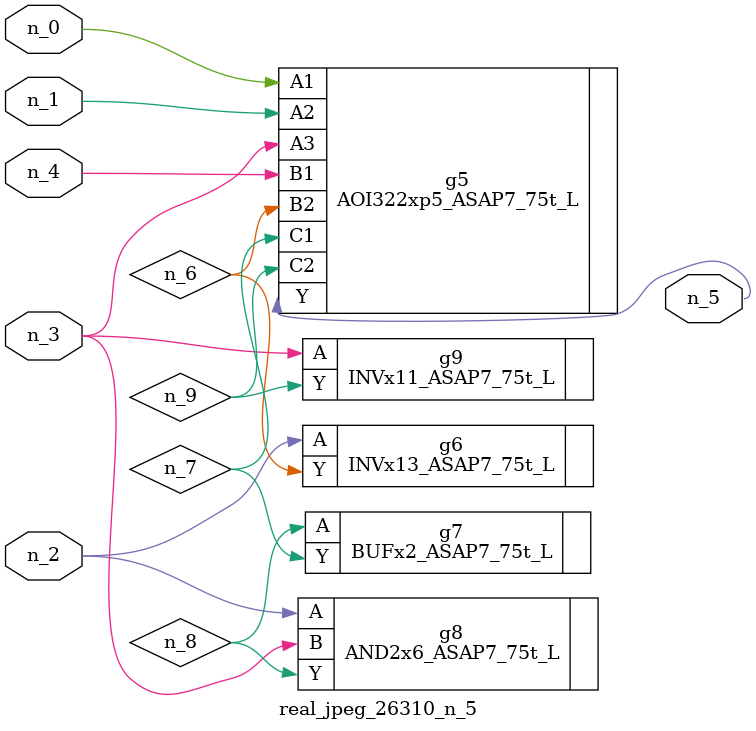
<source format=v>
module real_jpeg_26310_n_5 (n_4, n_0, n_1, n_2, n_3, n_5);

input n_4;
input n_0;
input n_1;
input n_2;
input n_3;

output n_5;

wire n_8;
wire n_6;
wire n_7;
wire n_9;

AOI322xp5_ASAP7_75t_L g5 ( 
.A1(n_0),
.A2(n_1),
.A3(n_3),
.B1(n_4),
.B2(n_6),
.C1(n_7),
.C2(n_9),
.Y(n_5)
);

INVx13_ASAP7_75t_L g6 ( 
.A(n_2),
.Y(n_6)
);

AND2x6_ASAP7_75t_L g8 ( 
.A(n_2),
.B(n_3),
.Y(n_8)
);

INVx11_ASAP7_75t_L g9 ( 
.A(n_3),
.Y(n_9)
);

BUFx2_ASAP7_75t_L g7 ( 
.A(n_8),
.Y(n_7)
);


endmodule
</source>
